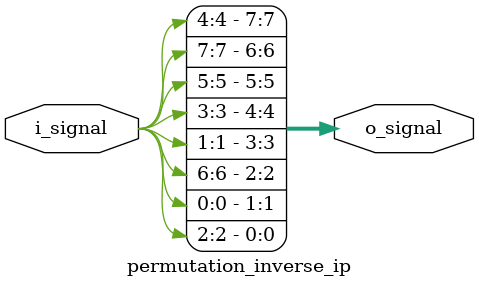
<source format=sv>

module permutation_inverse_ip(
	input  wire [7:0] i_signal,   // 8-bit input signal
	output wire [7:0] o_signal    // 8-bit output signal
);

	// Assign output signal as a permutation of input signal bits
	assign o_signal = {i_signal[4], i_signal[7], i_signal[5], i_signal[3],
							 i_signal[1], i_signal[6], i_signal[0], i_signal[2]};
							 
endmodule
</source>
